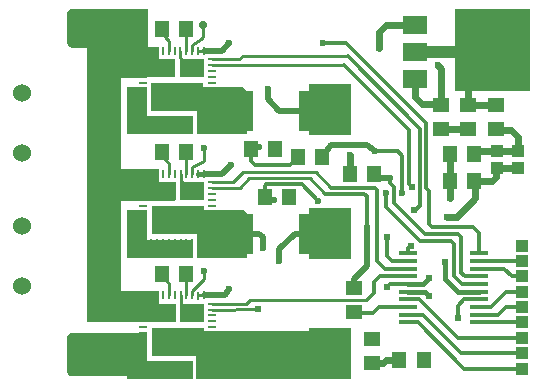
<source format=gtl>
G04 Layer: TopLayer*
G04 EasyEDA v5.9.41, Mon, 04 Feb 2019 09:10:30 GMT*
G04 f7da754788ad4d128d84d1fb51d08027*
G04 Gerber Generator version 0.2*
G04 Scale: 100 percent, Rotated: No, Reflected: No *
G04 Dimensions in millimeters *
G04 leading zeros omitted , absolute positions ,3 integer and 3 decimal *
%FSLAX33Y33*%
%MOMM*%
G90*
G71D02*

%ADD11C,0.249999*%
%ADD12C,0.499999*%
%ADD13C,0.399999*%
%ADD14C,0.350012*%
%ADD15C,0.299999*%
%ADD16C,0.599999*%
%ADD17C,0.999998*%
%ADD18C,0.250012*%
%ADD19C,0.050000*%
%ADD20C,0.700024*%
%ADD21C,0.619760*%
%ADD22R,1.600200X3.500120*%
%ADD23R,1.160018X1.469898*%
%ADD24R,0.250012X0.700024*%
%ADD25R,0.700024X0.250012*%
%ADD26R,4.399991X2.400046*%
%ADD27R,1.999996X1.499997*%
%ADD28R,1.469898X1.160018*%
%ADD29R,1.099998X0.999998*%
%ADD30R,1.300480X1.399540*%
%ADD31R,0.999998X0.999998*%
%ADD32R,1.493520X0.399999*%
%ADD33R,1.999996X3.799992*%
%ADD34C,1.524000*%

%LPD*%
G54D11*
G01X10068Y27802D02*
G01X10068Y29588D01*
G01X10005Y29651D01*
G01X8590Y27805D02*
G01X8590Y28600D01*
G01X8504Y28686D01*
G01X8250Y28940D01*
G01X8250Y29377D01*
G01X7973Y29651D01*
G01X11067Y27792D02*
G01X11564Y27792D01*
G01X11572Y27797D01*
G54D12*
G01X11572Y27797D02*
G01X13101Y27797D01*
G01X13728Y28425D01*
G54D11*
G01X10553Y27790D02*
G01X10553Y28298D01*
G01X11315Y28806D01*
G01X11315Y28806D01*
G01X11315Y28806D01*
G01X9573Y27800D02*
G01X9576Y27152D01*
G01X10533Y26334D01*
G01X11455Y30002D02*
G01X11455Y28945D01*
G01X11315Y28806D01*
G01X8608Y17383D02*
G01X8605Y18262D01*
G01X8356Y18491D01*
G01X8013Y19232D01*
G01X8013Y19232D01*
G01X10089Y17381D02*
G01X10089Y19189D01*
G01X10045Y19232D01*
G54D13*
G01X11084Y17371D02*
G01X11582Y17371D01*
G01X11587Y17376D01*
G54D12*
G01X11587Y17376D02*
G01X13093Y17376D01*
G01X13855Y18138D01*
G54D11*
G01X10571Y17376D02*
G01X10576Y18003D01*
G01X11564Y18501D01*
G01X11569Y19535D01*
G01X10089Y7094D02*
G01X10089Y8826D01*
G01X10048Y8864D01*
G01X8608Y7096D02*
G01X8608Y8018D01*
G01X8016Y8864D01*
G01X8016Y8864D01*
G01X8016Y8864D01*
G54D12*
G01X13728Y7597D02*
G01X13347Y7089D01*
G01X11696Y7089D01*
G01X11587Y7089D01*
G54D11*
G01X11587Y7089D02*
G01X11092Y7089D01*
G01X11084Y7084D01*
G01X10571Y7089D02*
G01X10571Y7487D01*
G01X11569Y8486D01*
G01X11569Y9118D01*
G01X11572Y9118D01*
G01X12276Y16672D02*
G01X14026Y16672D01*
G01X14856Y17503D01*
G01X21036Y17503D01*
G01X22354Y16202D01*
G01X12273Y16184D02*
G01X14620Y16184D01*
G01X15362Y17002D01*
G01X20556Y17002D01*
G01X21856Y15702D01*
G54D12*
G01X17518Y15140D02*
G01X16985Y15140D01*
G01X16726Y15400D01*
G54D14*
G01X17538Y19679D02*
G01X17556Y19679D01*
G01X17556Y19502D01*
G54D12*
G01X14965Y12296D02*
G01X16261Y12296D01*
G01X16556Y12001D01*
G01X16556Y11102D01*
G01X20366Y12296D02*
G01X19250Y12296D01*
G01X17955Y11003D01*
G01X17955Y10002D01*
G01X17958Y9999D01*
G01X20366Y22710D02*
G01X17947Y22710D01*
G01X16954Y23703D01*
G01X16954Y24599D01*
G01X16957Y24599D01*
G01X15255Y23601D02*
G01X15255Y22999D01*
G01X14965Y22710D01*
G54D11*
G01X12276Y6385D02*
G01X15138Y6385D01*
G01X15456Y6703D01*
G01X23454Y6703D01*
G01X25357Y6703D01*
G01X12273Y5897D02*
G01X16157Y5900D01*
G01X12255Y26606D02*
G01X23457Y26601D01*
G01X12258Y27091D02*
G01X14546Y27091D01*
G01X14856Y27401D01*
G01X23655Y27401D01*
G54D15*
G01X16256Y19662D02*
G01X15684Y19662D01*
G01X15524Y19502D01*
G01X15524Y19502D02*
G01X15524Y18435D01*
G01X15854Y18102D01*
G01X17754Y18102D01*
G01X17754Y18102D02*
G01X18826Y18102D01*
G01X19525Y18801D01*
G54D12*
G01X21557Y18801D02*
G01X22354Y19801D01*
G01X25357Y19801D01*
G01X26055Y19301D01*
G54D15*
G01X22354Y16202D02*
G01X25255Y16202D01*
G01X21856Y15702D02*
G01X24955Y15702D01*
G01X16726Y15400D02*
G01X16726Y16372D01*
G01X16855Y16502D01*
G01X19855Y16502D01*
G01X21255Y15102D01*
G54D12*
G01X27356Y17002D02*
G01X26388Y17002D01*
G01X25987Y17401D01*
G54D16*
G01X23955Y17401D02*
G01X23955Y19001D01*
G54D15*
G01X21655Y28502D02*
G01X23557Y28502D01*
G01X27256Y24803D01*
G54D16*
G01X29456Y30002D02*
G01X26954Y30002D01*
G01X26355Y29403D01*
G01X26355Y28003D01*
G01X26357Y28000D01*
G01X29456Y25402D02*
G01X29456Y23903D01*
G01X30056Y23301D01*
G01X31554Y23301D01*
G01X31658Y23200D01*
G01X31356Y26601D02*
G01X31356Y26601D01*
G01X31656Y26301D01*
G01X31656Y23202D01*
G01X31658Y23200D01*
G01X33955Y27701D02*
G01X35755Y27701D01*
G01X33955Y23202D02*
G01X33955Y27701D01*
G54D17*
G01X29456Y27701D02*
G01X33955Y27701D01*
G54D16*
G01X32423Y19103D02*
G01X32423Y16802D01*
G01X36352Y19304D02*
G01X34656Y19304D01*
G01X34455Y19103D01*
G01X36352Y19304D02*
G01X38153Y19304D01*
G01X38156Y19301D01*
G01X36352Y17904D02*
G01X38153Y17904D01*
G01X38156Y17901D01*
G01X38156Y19301D02*
G01X38156Y20502D01*
G01X37556Y21102D01*
G01X36324Y21102D01*
G01X36258Y21168D01*
G01X33957Y21168D02*
G01X31658Y21168D01*
G01X36258Y23200D02*
G01X33957Y23200D01*
G01X33957Y23200D01*
G54D15*
G01X27155Y24902D02*
G01X30355Y21701D01*
G01X30355Y16202D01*
G01X23755Y27402D02*
G01X29855Y21201D01*
G01X29855Y14701D01*
G01X29454Y14300D01*
G01X29357Y14300D01*
G01X23457Y26601D02*
G01X28956Y21102D01*
G01X28956Y16502D01*
G01X29156Y16301D01*
G01X26055Y19301D02*
G01X27955Y19301D01*
G01X28356Y18902D01*
G01X28356Y15801D01*
G01X28356Y15801D01*
G54D16*
G01X34455Y16802D02*
G01X35956Y16802D01*
G01X36256Y17101D01*
G01X36256Y17805D01*
G01X36352Y17904D01*
G01X32357Y15300D02*
G01X32357Y16736D01*
G01X32423Y16802D01*
G01X34556Y15300D02*
G01X34556Y16703D01*
G01X34455Y16802D01*
G54D13*
G01X28857Y8051D02*
G01X30104Y8051D01*
G01X30655Y8602D01*
G01X28857Y7401D02*
G01X30256Y7401D01*
G01X30655Y7002D01*
G54D15*
G01X30355Y16202D02*
G01X30655Y15902D01*
G01X30655Y13103D01*
G01X30856Y12903D01*
G01X34356Y12903D01*
G01X34856Y12402D01*
G01X34856Y10650D01*
G54D13*
G01X34856Y7401D02*
G01X33058Y7401D01*
G01X31958Y8498D01*
G01X31958Y9900D01*
G54D16*
G01X32156Y13703D02*
G01X32956Y13703D01*
G01X34556Y15300D01*
G54D15*
G01X34856Y6751D02*
G01X33604Y6751D01*
G01X33055Y6202D01*
G01X33055Y5201D01*
G01X34856Y8699D02*
G01X33657Y8699D01*
G01X33355Y9001D01*
G01X33355Y12001D01*
G01X33055Y12301D01*
G01X34856Y8049D02*
G01X33408Y8049D01*
G01X32756Y8702D01*
G01X32756Y11402D01*
G01X28854Y9352D02*
G01X26906Y9352D01*
G01X26256Y10002D01*
G01X26256Y16002D01*
G01X26055Y16202D01*
G01X25263Y16202D01*
G01X33055Y12301D02*
G01X30256Y12301D01*
G01X27655Y14902D01*
G01X32756Y11402D02*
G01X32456Y11701D01*
G01X29855Y11701D01*
G01X26957Y14599D01*
G01X26957Y15801D01*
G01X27655Y14902D02*
G01X27655Y16301D01*
G01X27356Y16601D01*
G01X27356Y17002D01*
G01X28854Y10002D02*
G01X27457Y10002D01*
G01X27058Y10401D01*
G01X27058Y12001D01*
G01X28854Y8699D02*
G01X26454Y8699D01*
G01X25956Y8201D01*
G01X25956Y7302D01*
G01X25357Y6703D01*
G01X24955Y15702D02*
G01X25156Y15702D01*
G01X25357Y15501D01*
G01X25357Y12801D01*
G54D12*
G01X24254Y7701D02*
G01X24254Y8501D01*
G01X25357Y9601D01*
G01X25357Y12801D01*
G54D15*
G01X34856Y10001D02*
G01X38454Y10001D01*
G01X38455Y10002D01*
G01X34856Y9351D02*
G01X37007Y9351D01*
G01X37655Y8702D01*
G01X38455Y8702D01*
G01X34856Y6101D02*
G01X35854Y6101D01*
G01X37155Y7402D01*
G01X38455Y7402D01*
G01X34856Y5450D02*
G01X36504Y5450D01*
G01X37155Y6102D01*
G01X38455Y6102D01*
G01X34856Y4800D02*
G01X38454Y4800D01*
G01X38455Y4802D01*
G01X28854Y6751D02*
G01X29806Y6751D01*
G01X33055Y3502D01*
G01X38455Y3502D01*
G01X28859Y5450D02*
G01X30107Y5450D01*
G01X33355Y2202D01*
G01X38455Y2202D01*
G01X28854Y4800D02*
G01X29657Y4800D01*
G01X33555Y902D01*
G01X38455Y902D01*
G01X28859Y6101D02*
G01X26354Y6101D01*
G01X25855Y5602D01*
G01X24321Y5602D01*
G01X24254Y5669D01*
G54D16*
G01X25758Y1400D02*
G01X26754Y1400D01*
G01X26955Y1602D01*
G01X28120Y1602D01*
G01X28122Y1600D01*
G54D15*
G01X28854Y10650D02*
G01X28854Y11101D01*
G01X29055Y11302D01*
G01X28854Y8050D02*
G01X27304Y8050D01*
G01X27055Y7802D01*
G54D18*
G01X9591Y17379D02*
G01X9591Y16806D01*
G01X9695Y16702D01*
G01X10483Y15914D01*
G01X10550Y15914D01*
G01X9591Y7092D02*
G01X9591Y6456D01*
G01X9655Y6392D01*
G01X10420Y5627D01*
G01X10550Y5627D01*
G54D22*
G01X14965Y12296D03*
G01X20366Y12296D03*
G01X14965Y22710D03*
G01X20366Y22710D03*
G54D23*
G01X10005Y29651D03*
G01X7973Y29651D03*
G54D24*
G01X7105Y21940D03*
G01X7608Y21944D03*
G01X8105Y21946D03*
G01X8589Y21940D03*
G01X9084Y21943D03*
G01X9572Y21936D03*
G01X10068Y21939D03*
G01X10552Y21932D03*
G01X11065Y21927D03*
G01X11571Y21932D03*
G01X7107Y27804D03*
G01X7610Y27809D03*
G01X8106Y27811D03*
G01X8590Y27805D03*
G01X9085Y27806D03*
G01X9573Y27801D03*
G01X10070Y27804D03*
G01X10553Y27797D03*
G01X11068Y27791D03*
G01X11571Y27797D03*
G54D25*
G01X12255Y26606D03*
G01X12257Y27092D03*
G01X12254Y25623D03*
G01X12255Y26109D03*
G01X12259Y24630D03*
G01X12260Y25116D03*
G01X12258Y23647D03*
G01X12259Y24135D03*
G01X12259Y22646D03*
G01X12260Y23134D03*
G01X6416Y26600D03*
G01X6418Y27086D03*
G01X6415Y25617D03*
G01X6416Y26103D03*
G01X6420Y24624D03*
G01X6421Y25110D03*
G01X6418Y23642D03*
G01X6421Y24127D03*
G01X6422Y22641D03*
G01X6422Y23126D03*
G54D26*
G01X9322Y23884D03*
G54D27*
G01X8135Y26334D03*
G01X10532Y26335D03*
G54D28*
G01X24254Y7701D03*
G01X24254Y5669D03*
G54D23*
G01X10045Y19232D03*
G01X8013Y19232D03*
G54D24*
G01X7123Y11518D03*
G01X7626Y11522D03*
G01X8123Y11525D03*
G01X8607Y11518D03*
G01X9103Y11521D03*
G01X9591Y11515D03*
G01X10086Y11517D03*
G01X10570Y11511D03*
G01X11083Y11506D03*
G01X11589Y11511D03*
G01X7124Y17382D03*
G01X7627Y17387D03*
G01X8124Y17390D03*
G01X8608Y17383D03*
G01X9104Y17385D03*
G01X9591Y17379D03*
G01X10087Y17382D03*
G01X10571Y17376D03*
G01X11086Y17369D03*
G01X11589Y17376D03*
G54D25*
G01X12273Y16184D03*
G01X12276Y16671D03*
G01X12272Y15201D03*
G01X12273Y15688D03*
G01X12277Y14208D03*
G01X12278Y14695D03*
G01X12276Y13225D03*
G01X12278Y13713D03*
G01X12279Y12225D03*
G01X12279Y12712D03*
G01X6434Y16178D03*
G01X6436Y16664D03*
G01X6432Y15195D03*
G01X6435Y15681D03*
G01X6437Y14202D03*
G01X6440Y14688D03*
G01X6436Y13220D03*
G01X6439Y13705D03*
G01X6440Y12219D03*
G01X6440Y12705D03*
G54D26*
G01X9339Y13463D03*
G54D27*
G01X8154Y15913D03*
G01X10550Y15914D03*
G54D23*
G01X10048Y8864D03*
G01X8016Y8864D03*
G54D24*
G01X7123Y1231D03*
G01X7626Y1235D03*
G01X8123Y1238D03*
G01X8607Y1231D03*
G01X9103Y1234D03*
G01X9591Y1228D03*
G01X10086Y1230D03*
G01X10570Y1224D03*
G01X11083Y1219D03*
G01X11589Y1224D03*
G01X7124Y7095D03*
G01X7627Y7100D03*
G01X8124Y7103D03*
G01X8608Y7096D03*
G01X9104Y7098D03*
G01X9591Y7092D03*
G01X10087Y7095D03*
G01X10571Y7089D03*
G01X11086Y7082D03*
G01X11589Y7089D03*
G54D25*
G01X12273Y5897D03*
G01X12276Y6384D03*
G01X12272Y4914D03*
G01X12273Y5401D03*
G01X12277Y3921D03*
G01X12278Y4408D03*
G01X12276Y2938D03*
G01X12278Y3426D03*
G01X12279Y1938D03*
G01X12279Y2425D03*
G01X6434Y5891D03*
G01X6436Y6377D03*
G01X6432Y4908D03*
G01X6435Y5394D03*
G01X6437Y3915D03*
G01X6440Y4401D03*
G01X6436Y2933D03*
G01X6439Y3418D03*
G01X6440Y1932D03*
G01X6440Y2418D03*
G54D26*
G01X9339Y3176D03*
G54D27*
G01X8154Y5626D03*
G01X10550Y5627D03*
G54D23*
G01X34455Y19103D03*
G01X32423Y19103D03*
G01X34455Y16802D03*
G01X32423Y16802D03*
G54D28*
G01X36258Y23200D03*
G01X36258Y21168D03*
G54D29*
G01X38156Y19302D03*
G01X38156Y17903D03*
G01X36352Y19302D03*
G01X36352Y17903D03*
G54D28*
G01X25758Y1400D03*
G01X25758Y3432D03*
G54D30*
G01X28122Y1600D03*
G01X30222Y1600D03*
G54D31*
G01X22237Y22710D03*
G01X22491Y12296D03*
G01X22237Y2009D03*
G01X1458Y29700D03*
G01X1656Y2103D03*
G54D23*
G01X18758Y15400D03*
G01X16726Y15400D03*
G54D32*
G01X34856Y7400D03*
G01X34856Y8049D03*
G01X34856Y8700D03*
G01X34856Y9351D03*
G01X28859Y5450D03*
G01X34856Y5450D03*
G01X34856Y6101D03*
G01X34856Y6751D03*
G01X28854Y10001D03*
G01X28854Y9351D03*
G01X28854Y8700D03*
G01X28854Y8050D03*
G01X28854Y7400D03*
G01X28854Y6751D03*
G01X34856Y10001D03*
G01X28859Y6101D03*
G01X34856Y4800D03*
G01X34856Y10650D03*
G01X28854Y10650D03*
G01X28854Y4800D03*
G54D23*
G01X21557Y18801D03*
G01X19525Y18801D03*
G01X17556Y19502D03*
G01X15524Y19502D03*
G54D33*
G01X35755Y27701D03*
G54D27*
G01X29455Y27701D03*
G01X29455Y25401D03*
G01X29455Y30001D03*
G54D28*
G01X33957Y23200D03*
G01X33957Y21168D03*
G01X31657Y23200D03*
G01X31657Y21168D03*
G54D23*
G01X23955Y17401D03*
G01X25987Y17401D03*
G54D31*
G01X38457Y900D03*
G01X38455Y3502D03*
G01X38457Y10000D03*
G01X38457Y7400D03*
G01X38457Y6100D03*
G01X38458Y11300D03*
G01X38455Y4802D03*
G01X38457Y8700D03*
G01X38457Y2200D03*
G54D19*
G75*
G01X413Y31321D02*
G03X38Y30941I0J-375D01*
G01*
G75*
G01X36Y28444D02*
G03X416Y28069I375J0D01*
G01*
G75*
G01X414Y3892D02*
G03X39Y3512I0J-375D01*
G01*
G75*
G01X36Y630D02*
G03X416Y255I375J0D01*
G01*

%LPD*%
G36*
G01X7757Y27050D02*
G01X9107Y27050D01*
G01X9105Y25592D01*
G01X7165Y25592D01*
G01X6625Y25592D01*
G01X6075Y25502D01*
G01X3822Y25504D01*
G01X1666Y25562D01*
G01X1663Y28171D01*
G01X7758Y28150D01*
G01X7757Y27050D01*
G37*

%LPD*%
G36*
G01X5045Y20752D02*
G01X5045Y24702D01*
G01X6757Y24700D01*
G01X6757Y22250D01*
G01X10657Y22250D01*
G01X10657Y20750D01*
G01X5045Y20752D01*
G37*

%LPD*%
G36*
G01X10957Y22800D02*
G01X11407Y24750D01*
G01X14858Y24750D01*
G01X15207Y24350D01*
G01X15207Y20750D01*
G01X10957Y20750D01*
G01X10957Y22800D01*
G37*

%LPD*%
G36*
G01X20459Y20678D02*
G01X20459Y24234D01*
G01X20459Y24996D01*
G01X24015Y24996D01*
G01X24015Y20678D01*
G01X20459Y20678D01*
G37*

%LPD*%
G36*
G01X1663Y4803D02*
G01X1663Y27028D01*
G01X4584Y27028D01*
G01X4584Y4803D01*
G01X1663Y4803D01*
G37*

%LPD*%
G36*
G01X393Y28044D02*
G01X6870Y28044D01*
G01X6870Y31346D01*
G01X1790Y31346D01*
G01X393Y31346D01*
G01X155Y31217D01*
G01X12Y30965D01*
G01X12Y28425D01*
G01X155Y28172D01*
G01X393Y28044D01*
G37*

%LPD*%
G36*
G01X10680Y-22D02*
G01X10680Y1501D01*
G01X6743Y1501D01*
G01X6743Y3914D01*
G01X393Y3914D01*
G01X161Y3787D01*
G01X12Y3533D01*
G01X12Y612D01*
G01X141Y372D01*
G01X393Y231D01*
G01X5092Y231D01*
G01X5092Y-22D01*
G01X10680Y-22D01*
G37*

%LPD*%
G36*
G01X10680Y11788D02*
G01X10680Y10264D01*
G01X5092Y10264D01*
G01X5092Y14328D01*
G01X6743Y14328D01*
G01X6743Y11788D01*
G01X10680Y11788D01*
G37*

%LPD*%
G36*
G01X20459Y10137D02*
G01X20459Y13693D01*
G01X20459Y14455D01*
G01X24015Y14455D01*
G01X24015Y10137D01*
G01X20459Y10137D01*
G37*

%LPD*%
G36*
G01X10959Y12310D02*
G01X10934Y14328D01*
G01X14871Y14328D01*
G01X15506Y13820D01*
G01X15209Y10260D01*
G01X10959Y10260D01*
G01X10959Y12310D01*
G37*

%LPD*%
G36*
G01X4203Y17757D02*
G01X4203Y15090D01*
G01X6743Y15090D01*
G01X7251Y15090D01*
G01X9156Y15090D01*
G01X9135Y16602D01*
G01X7759Y16614D01*
G01X7759Y17757D01*
G01X4203Y17757D01*
G37*

%LPD*%
G36*
G01X4203Y7470D02*
G01X4203Y4803D01*
G01X9156Y4803D01*
G01X9156Y6327D01*
G01X7759Y6327D01*
G01X7759Y7470D01*
G01X4203Y7470D01*
G37*

%LPD*%
G36*
G01X20459Y-22D02*
G01X20459Y3533D01*
G01X20459Y4295D01*
G01X24015Y4295D01*
G01X24015Y-22D01*
G01X20459Y-22D01*
G37*

%LPD*%
G36*
G01X21983Y4041D02*
G01X21983Y-22D01*
G01X10934Y-22D01*
G01X10934Y4041D01*
G01X21983Y4041D01*
G37*

%LPD*%
G36*
G01X32855Y24402D02*
G01X32855Y31302D01*
G01X39155Y31302D01*
G01X39155Y24402D01*
G01X32855Y24402D01*
G37*

%LPD*%
G36*
G01X5355Y26502D02*
G01X4555Y27802D01*
G01X5355Y27802D01*
G01X5355Y26502D01*
G37*

%LPD*%
G36*
G01X11524Y27077D02*
G01X9528Y27082D01*
G01X9528Y25586D01*
G01X11529Y25581D01*
G01X11524Y27077D01*
G37*

%LPD*%
G36*
G01X9132Y27077D02*
G01X7141Y27082D01*
G01X7146Y25586D01*
G01X9132Y25586D01*
G01X9132Y27077D01*
G37*

%LPD*%
G36*
G01X11519Y25046D02*
G01X7136Y25055D01*
G01X7125Y22699D01*
G01X9319Y22719D01*
G01X11514Y22689D01*
G01X11519Y25046D01*
G37*

%LPD*%
G36*
G01X11542Y16656D02*
G01X9545Y16661D01*
G01X9545Y15164D01*
G01X11547Y15159D01*
G01X11542Y16656D01*
G37*

%LPD*%
G36*
G01X9150Y16656D02*
G01X7159Y16661D01*
G01X7164Y15164D01*
G01X9150Y15164D01*
G01X9150Y16656D01*
G37*

%LPD*%
G36*
G01X11537Y14624D02*
G01X7154Y14634D01*
G01X7143Y12278D01*
G01X9337Y12298D01*
G01X11532Y12268D01*
G01X11537Y14624D01*
G37*

%LPD*%
G36*
G01X11542Y6369D02*
G01X9545Y6374D01*
G01X9545Y4877D01*
G01X11547Y4872D01*
G01X11542Y6369D01*
G37*

%LPD*%
G36*
G01X9150Y6369D02*
G01X7159Y6374D01*
G01X7164Y4877D01*
G01X9150Y4877D01*
G01X9150Y6369D01*
G37*

%LPD*%
G36*
G01X11537Y4337D02*
G01X7154Y4347D01*
G01X7143Y1991D01*
G01X9337Y2011D01*
G01X11532Y1981D01*
G01X11537Y4337D01*
G37*
G54D34*
G01X-3844Y12942D03*
G01X-3844Y7862D03*
G01X-3841Y24240D03*
G01X-3841Y19160D03*
G54D16*
G01X10055Y26002D03*
G01X11007Y25958D03*
G01X10045Y26712D03*
G01X10995Y26719D03*
G01X13728Y28425D03*
G01X5418Y21069D03*
G01X5418Y21926D03*
G01X5418Y22688D03*
G01X5418Y23450D03*
G01X5418Y24212D03*
G01X6299Y21069D03*
G01X7197Y21069D03*
G01X8171Y21069D03*
G01X9070Y21069D03*
G01X9952Y21069D03*
G54D20*
G01X11455Y30002D03*
G54D16*
G01X3441Y24488D03*
G01X3441Y21694D03*
G01X650Y30074D03*
G01X647Y29314D03*
G01X638Y28562D03*
G01X1536Y30076D03*
G01X1536Y29314D03*
G01X1536Y28552D03*
G01X2428Y30074D03*
G01X2425Y29314D03*
G01X2407Y28572D03*
G01X3314Y30076D03*
G01X3314Y29314D03*
G01X3305Y28562D03*
G01X777Y2515D03*
G01X767Y1636D03*
G01X767Y747D03*
G01X1656Y2525D03*
G01X1647Y1646D03*
G01X1647Y757D03*
G01X2545Y2525D03*
G01X2536Y1646D03*
G01X2536Y757D03*
G01X3444Y2515D03*
G01X3434Y1636D03*
G01X3434Y747D03*
G01X774Y3406D03*
G01X1654Y3416D03*
G01X2543Y3416D03*
G01X3441Y3406D03*
G01X5473Y10645D03*
G01X6355Y10645D03*
G01X7253Y10645D03*
G01X8227Y10645D03*
G01X9125Y10645D03*
G01X10008Y10645D03*
G01X5476Y11405D03*
G01X5476Y12167D03*
G01X5476Y13056D03*
G01X650Y30836D03*
G01X1536Y30838D03*
G01X2425Y30838D03*
G01X3317Y30836D03*
G01X3314Y14201D03*
G01X3314Y11407D03*
G01X5473Y13820D03*
G01X5473Y358D03*
G01X6355Y358D03*
G01X7253Y358D03*
G01X8227Y358D03*
G01X9125Y358D03*
G01X10008Y358D03*
G01X5476Y1118D03*
G01X5476Y1880D03*
G01X5476Y2769D03*
G01X5473Y3533D03*
G01X3314Y8486D03*
G01X3314Y5692D03*
G01X10045Y15471D03*
G01X10995Y15478D03*
G01X10034Y16232D03*
G01X10984Y16239D03*
G01X11569Y19535D03*
G01X13855Y18138D03*
G01X10057Y5239D03*
G01X11007Y5247D03*
G01X10045Y6001D03*
G01X10995Y6008D03*
G01X13728Y7597D03*
G01X11572Y9119D03*
G01X16256Y19662D03*
G01X17537Y19680D03*
G01X18796Y15142D03*
G01X17517Y15140D03*
G01X17958Y10000D03*
G01X16556Y11102D03*
G01X15256Y23602D03*
G01X16957Y24600D03*
G01X26055Y19302D03*
G01X21256Y15102D03*
G01X27355Y17002D03*
G01X23956Y19002D03*
G01X21657Y28500D03*
G01X26357Y28000D03*
G01X31355Y26602D03*
G01X36255Y23202D03*
G01X34455Y19102D03*
G01X34555Y15302D03*
G01X32455Y19102D03*
G01X33957Y21200D03*
G01X32357Y15300D03*
G01X4256Y7002D03*
G01X3556Y7002D03*
G01X2856Y7002D03*
G01X2155Y7002D03*
G01X4258Y17600D03*
G01X3558Y17600D03*
G01X2858Y17600D03*
G01X2158Y17600D03*
G01X4256Y16802D03*
G01X3556Y16802D03*
G01X2856Y16802D03*
G01X2155Y16802D03*
G01X4258Y16000D03*
G01X3558Y16000D03*
G01X2858Y16000D03*
G01X2158Y16000D03*
G54D21*
G01X30655Y8602D03*
G01X30655Y7002D03*
G01X31958Y9900D03*
G01X32155Y13702D03*
G01X33055Y5202D03*
G01X27057Y12000D03*
G54D16*
G01X26958Y15800D03*
G01X28357Y15800D03*
G54D21*
G01X29357Y14300D03*
G01X16157Y5900D03*
G01X24256Y7702D03*
G01X29155Y16302D03*
G01X25355Y12802D03*
G54D17*
G01X38455Y11302D03*
G01X38455Y10002D03*
G01X38455Y8702D03*
G01X38455Y7402D03*
G01X38455Y6102D03*
G01X38455Y4802D03*
G01X38455Y3502D03*
G01X38455Y2202D03*
G01X38455Y902D03*
G54D21*
G01X30256Y1602D03*
G01X29055Y11302D03*
G01X25755Y3402D03*
G01X27055Y7802D03*
M00*
M02*

</source>
